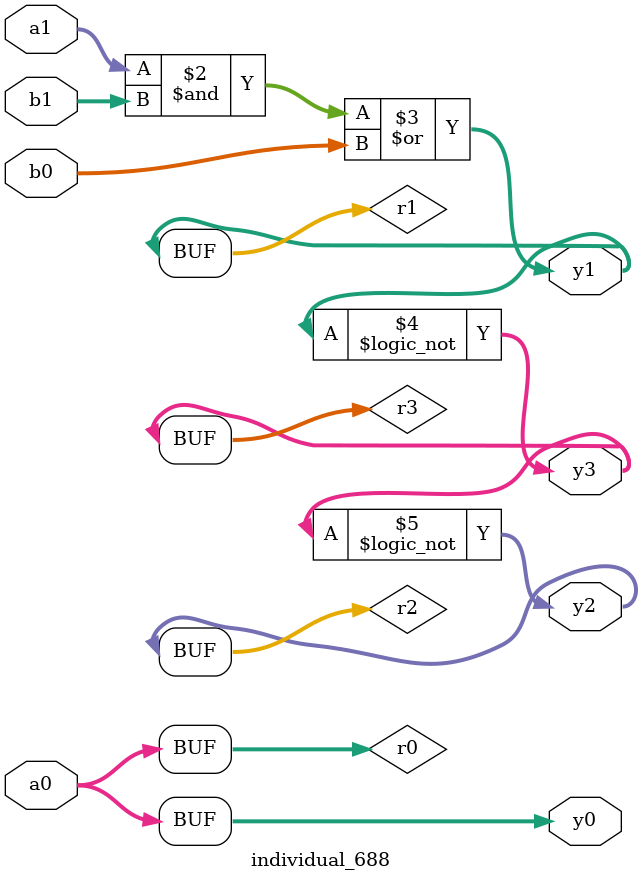
<source format=sv>
module individual_688(input logic [15:0] a1, input logic [15:0] a0, input logic [15:0] b1, input logic [15:0] b0, output logic [15:0] y3, output logic [15:0] y2, output logic [15:0] y1, output logic [15:0] y0);
logic [15:0] r0, r1, r2, r3; 
 always@(*) begin 
	 r0 = a0; r1 = a1; r2 = b0; r3 = b1; 
 	 r1  &=  b1 ;
 	 r1  |=  r2 ;
 	 r3 = ! r1 ;
 	 r2 = ! r3 ;
 	 y3 = r3; y2 = r2; y1 = r1; y0 = r0; 
end
endmodule
</source>
